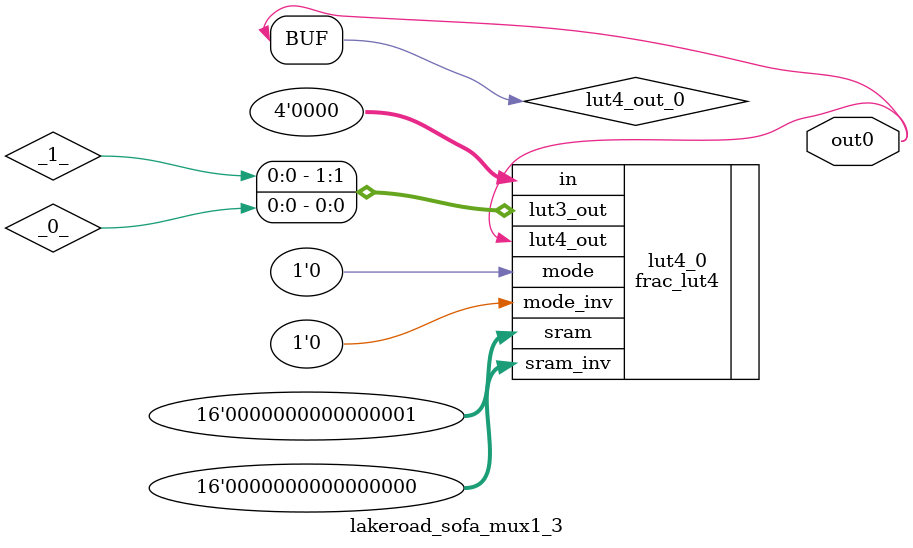
<source format=v>
/* Generated by Yosys 0.19 (git sha1 a45c131b37c, clang 13.1.6 -fPIC -Os) */

module lakeroad_sofa_mux1_3(out0);
  wire _0_;
  wire _1_;
  wire lut4_out_0;
  output out0;
  wire out0;
  frac_lut4 lut4_0 (
    .in(4'h0),
    .lut3_out({ _1_, _0_ }),
    .lut4_out(out0),
    .mode(1'h0),
    .mode_inv(1'h0),
    .sram(16'h0001),
    .sram_inv(16'h0000)
  );
  assign lut4_out_0 = out0;
endmodule


</source>
